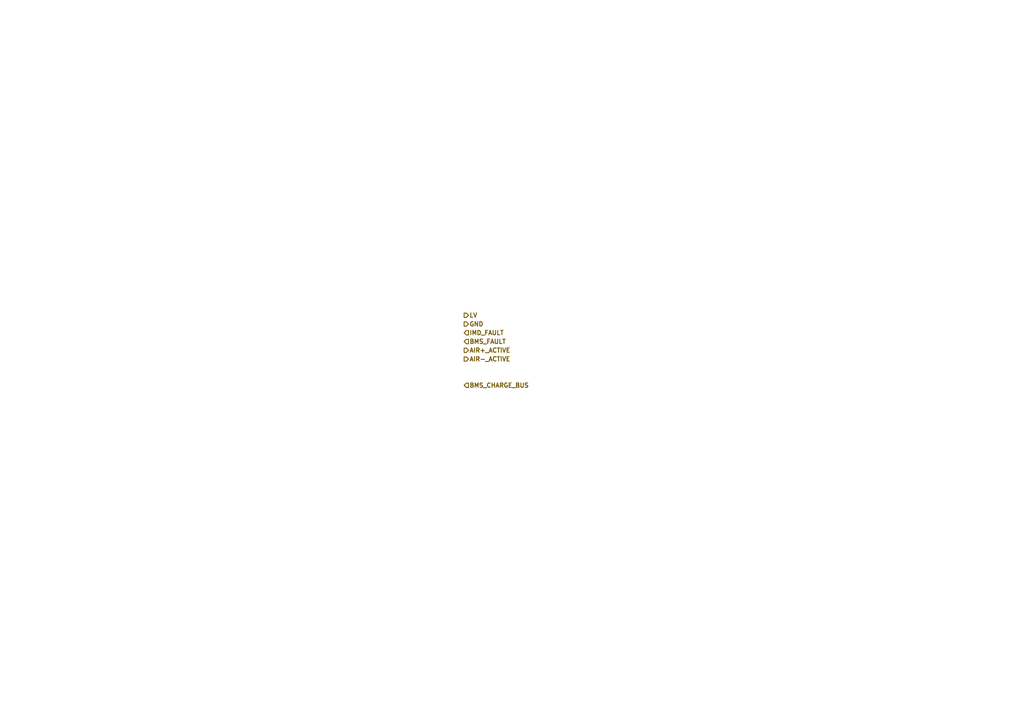
<source format=kicad_sch>
(kicad_sch (version 20211123) (generator eeschema)

  (uuid d613ea4e-4b1c-4824-8f59-71b40299c864)

  (paper "A4")

  (lib_symbols
  )


  (hierarchical_label "BMS_FAULT" (shape input) (at 134.62 99.06 0)
    (effects (font (size 1.27 1.27) (thickness 0.254) bold) (justify left))
    (uuid 552feff1-7dca-4625-8ddf-9b592a3d9e4a)
  )
  (hierarchical_label "LV" (shape output) (at 134.62 91.44 0)
    (effects (font (size 1.27 1.27) (thickness 0.254) bold) (justify left))
    (uuid 79367515-b79d-4141-8933-d718c1eec519)
  )
  (hierarchical_label "IMD_FAULT" (shape input) (at 134.62 96.52 0)
    (effects (font (size 1.27 1.27) (thickness 0.254) bold) (justify left))
    (uuid 7c760668-48d2-485d-a523-b5c8d5c2aeff)
  )
  (hierarchical_label "GND" (shape output) (at 134.62 93.98 0)
    (effects (font (size 1.27 1.27) (thickness 0.254) bold) (justify left))
    (uuid 8ab06d40-b14d-42d3-af5d-b7bd650de9a6)
  )
  (hierarchical_label "AIR+_ACTIVE" (shape output) (at 134.62 101.6 0)
    (effects (font (size 1.27 1.27) (thickness 0.254) bold) (justify left))
    (uuid 8b2353d1-aa55-4564-8a8b-43a7665c1ffb)
  )
  (hierarchical_label "BMS_CHARGE_BUS" (shape input) (at 134.62 111.76 0)
    (effects (font (size 1.27 1.27) (thickness 0.254) bold) (justify left))
    (uuid a7abc39d-1b63-4eeb-a0e1-559994cb20c0)
  )
  (hierarchical_label "AIR-_ACTIVE" (shape output) (at 134.62 104.14 0)
    (effects (font (size 1.27 1.27) (thickness 0.254) bold) (justify left))
    (uuid abb83bde-e691-4a81-ac35-f57479452292)
  )
)

</source>
